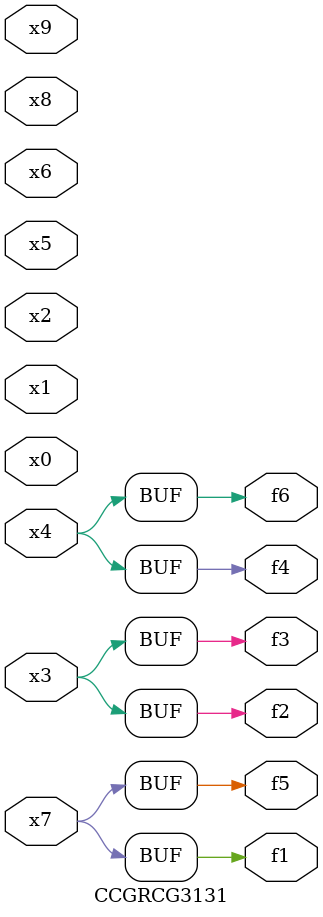
<source format=v>
module CCGRCG3131(
	input x0, x1, x2, x3, x4, x5, x6, x7, x8, x9,
	output f1, f2, f3, f4, f5, f6
);
	assign f1 = x7;
	assign f2 = x3;
	assign f3 = x3;
	assign f4 = x4;
	assign f5 = x7;
	assign f6 = x4;
endmodule

</source>
